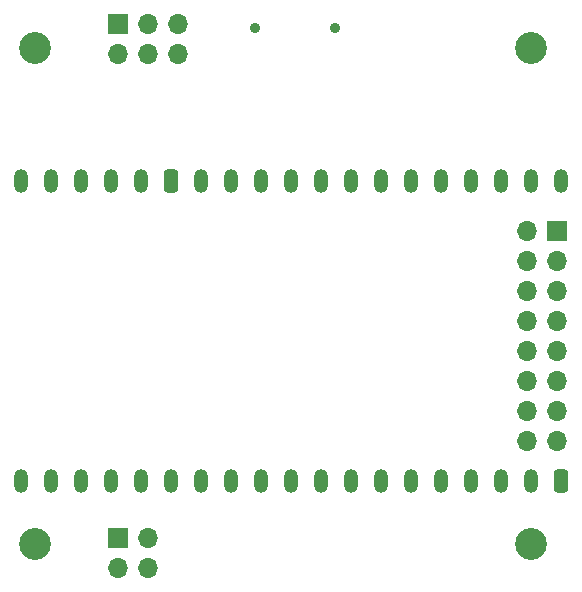
<source format=gbr>
%TF.GenerationSoftware,KiCad,Pcbnew,(6.0.0)*%
%TF.CreationDate,2022-01-16T13:15:06+00:00*%
%TF.ProjectId,OpenBCI_ESP32_BASE,4f70656e-4243-4495-9f45-535033325f42,rev?*%
%TF.SameCoordinates,Original*%
%TF.FileFunction,Soldermask,Bot*%
%TF.FilePolarity,Negative*%
%FSLAX46Y46*%
G04 Gerber Fmt 4.6, Leading zero omitted, Abs format (unit mm)*
G04 Created by KiCad (PCBNEW (6.0.0)) date 2022-01-16 13:15:06*
%MOMM*%
%LPD*%
G01*
G04 APERTURE LIST*
G04 Aperture macros list*
%AMRoundRect*
0 Rectangle with rounded corners*
0 $1 Rounding radius*
0 $2 $3 $4 $5 $6 $7 $8 $9 X,Y pos of 4 corners*
0 Add a 4 corners polygon primitive as box body*
4,1,4,$2,$3,$4,$5,$6,$7,$8,$9,$2,$3,0*
0 Add four circle primitives for the rounded corners*
1,1,$1+$1,$2,$3*
1,1,$1+$1,$4,$5*
1,1,$1+$1,$6,$7*
1,1,$1+$1,$8,$9*
0 Add four rect primitives between the rounded corners*
20,1,$1+$1,$2,$3,$4,$5,0*
20,1,$1+$1,$4,$5,$6,$7,0*
20,1,$1+$1,$6,$7,$8,$9,0*
20,1,$1+$1,$8,$9,$2,$3,0*%
G04 Aperture macros list end*
%ADD10O,1.200000X2.000000*%
%ADD11RoundRect,0.300000X0.300000X0.700000X-0.300000X0.700000X-0.300000X-0.700000X0.300000X-0.700000X0*%
%ADD12R,1.700000X1.700000*%
%ADD13O,1.700000X1.700000*%
%ADD14C,2.700000*%
%ADD15C,0.900000*%
G04 APERTURE END LIST*
D10*
%TO.C,U2*%
X148497280Y-65303680D03*
X145957280Y-65303680D03*
X143417280Y-65303680D03*
X140877280Y-65303680D03*
X138337280Y-65303680D03*
X135797280Y-65303680D03*
X133257280Y-65303680D03*
X130717280Y-65303680D03*
X128177280Y-65303680D03*
X125637280Y-65303680D03*
X123097280Y-65303680D03*
X120557280Y-65303680D03*
X118017280Y-65303680D03*
D11*
X115477280Y-65303680D03*
D10*
X112937280Y-65303680D03*
X110397280Y-65303680D03*
X107857280Y-65303680D03*
X105317280Y-65303680D03*
X102777280Y-65303680D03*
X102780000Y-90700000D03*
X105320000Y-90700000D03*
X107857280Y-90703680D03*
X110397280Y-90703680D03*
X112937280Y-90703680D03*
X115477280Y-90703680D03*
X118017280Y-90703680D03*
X120557280Y-90703680D03*
X123097280Y-90703680D03*
X125637280Y-90703680D03*
X128177280Y-90703680D03*
X130717280Y-90703680D03*
X133257280Y-90703680D03*
X135797280Y-90703680D03*
X138337280Y-90703680D03*
X140877280Y-90703680D03*
X143417280Y-90703680D03*
X145957280Y-90703680D03*
D11*
X148497280Y-90703680D03*
%TD*%
D12*
%TO.C,J2*%
X111000000Y-52000000D03*
D13*
X111000000Y-54540000D03*
X113540000Y-52000000D03*
X113540000Y-54540000D03*
X116080000Y-52000000D03*
X116080000Y-54540000D03*
%TD*%
D12*
%TO.C,J3*%
X111000000Y-95500000D03*
D13*
X111000000Y-98040000D03*
X113540000Y-95500000D03*
X113540000Y-98040000D03*
%TD*%
D12*
%TO.C,J4*%
X148200000Y-69500000D03*
D13*
X145660000Y-69500000D03*
X148200000Y-72040000D03*
X145660000Y-72040000D03*
X148200000Y-74580000D03*
X145660000Y-74580000D03*
X148200000Y-77120000D03*
X145660000Y-77120000D03*
X148200000Y-79660000D03*
X145660000Y-79660000D03*
X148200000Y-82200000D03*
X145660000Y-82200000D03*
X148200000Y-84740000D03*
X145660000Y-84740000D03*
X148200000Y-87280000D03*
X145660000Y-87280000D03*
%TD*%
D14*
%TO.C,H1*%
X104000000Y-54000000D03*
%TD*%
%TO.C,H2*%
X104000000Y-96000000D03*
%TD*%
%TO.C,H3*%
X146000000Y-54000000D03*
%TD*%
%TO.C,H4*%
X146000000Y-96000000D03*
%TD*%
D15*
%TO.C,SW1*%
X129400000Y-52300000D03*
X122600000Y-52300000D03*
%TD*%
M02*

</source>
